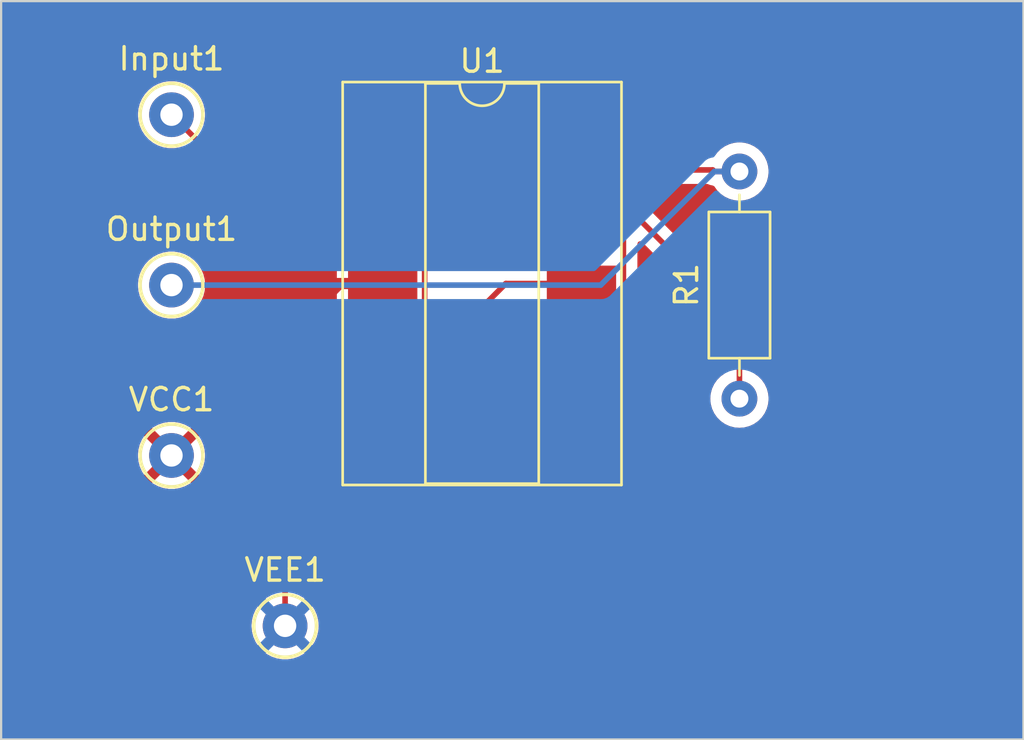
<source format=kicad_pcb>
(kicad_pcb (version 20221018) (generator pcbnew)
  (layers (0 "F.Cu" signal) (31 "B.Cu" signal) (34 "B.Paste" user) (35 "F.Paste" user) (36 "B.SilkS" user "B.Silkscreen") (37 "F.SilkS" user "F.Silkscreen") (38 "B.Mask" user) (39 "F.Mask" user) (44 "Edge.Cuts" user))
  (net 0 "")
  (net 1 "Net-(U1A-+)")
  (net 2 "Net-(U1D--)")
  (net 3 "Net-(U1E-V+)")
  (net 4 "Net-(U1E-V-)")
  (net 5 "Net-(U1A--)")
  (net 6 "Net-(U1B-+)")
  (net 7 "Net-(U1B--)")
  (net 8 "Net-(U1C--)")
  (footprint "TestPoint:TestPoint_Keystone_5000-5004_Miniature" (layer "F.Cu") (at 116.84 91.44)
    (fp_text reference "Input1" (at 0 -2.5) (layer "F.SilkS"))
    (fp_text value "Input")
    (fp_circle (center 0 0) (end 1.4 0) (stroke (width 0.15)) (fill none) (layer "F.SilkS"))
    (pad "1" thru_hole circle (at 0 0) (size 2 2) (drill 1) (layers "*.Cu" "*.Mask") (net 1 "Net-(U1A-+)"))
  )
  (footprint "TestPoint:TestPoint_Keystone_5000-5004_Miniature" (layer "F.Cu") (at 116.84 106.68)
    (fp_text reference "VCC1" (at 0 -2.5) (layer "F.SilkS"))
    (fp_text value "VCC")
    (fp_circle (center 0 0) (end 1.4 0) (stroke (width 0.15)) (fill none) (layer "F.SilkS"))
    (pad "1" thru_hole circle (at 0 0) (size 2 2) (drill 1) (layers "*.Cu" "*.Mask") (net 3 "Net-(U1E-V+)"))
  )
  (footprint "Resistor_THT:R_Axial_DIN0207_L6.3mm_D2.5mm_P10.16mm_Horizontal" (layer "F.Cu") (at 142.24 104.14 90)
    (fp_text reference "R1" (at 5.08 -2.37 90) (layer "F.SilkS"))
    (fp_text value "R_Small_US")
    (fp_line (start 1.04 0) (end 1.81 0) (stroke (width 0.12)) (layer "F.SilkS"))
    (fp_line (start 1.81 -1.37) (end 1.81 1.37) (stroke (width 0.12)) (layer "F.SilkS"))
    (fp_line (start 1.81 1.37) (end 8.35 1.37) (stroke (width 0.12)) (layer "F.SilkS"))
    (fp_line (start 8.35 -1.37) (end 1.81 -1.37) (stroke (width 0.12)) (layer "F.SilkS"))
    (fp_line (start 8.35 1.37) (end 8.35 -1.37) (stroke (width 0.12)) (layer "F.SilkS"))
    (fp_line (start 9.12 0) (end 8.35 0) (stroke (width 0.12)) (layer "F.SilkS"))
    (pad "1" thru_hole circle (at 0 0 90) (size 1.6 1.6) (drill 0.8) (layers "*.Cu" "*.Mask") (net 5 "Net-(U1A--)"))
    (pad "2" thru_hole oval (at 10.16 0 90) (size 1.6 1.6) (drill 0.8) (layers "*.Cu" "*.Mask") (net 2 "Net-(U1D--)"))
  )
  (footprint "TestPoint:TestPoint_Keystone_5000-5004_Miniature" (layer "F.Cu") (at 116.84 99.06)
    (fp_text reference "Output1" (at 0 -2.5) (layer "F.SilkS"))
    (fp_text value "Output")
    (fp_circle (center 0 0) (end 1.4 0) (stroke (width 0.15)) (fill none) (layer "F.SilkS"))
    (pad "1" thru_hole circle (at 0 0) (size 2 2) (drill 1) (layers "*.Cu" "*.Mask") (net 2 "Net-(U1D--)"))
  )
  (footprint "TestPoint:TestPoint_Keystone_5000-5004_Miniature" (layer "F.Cu") (at 121.92 114.3)
    (fp_text reference "VEE1" (at 0 -2.5) (layer "F.SilkS"))
    (fp_text value "VEE")
    (fp_circle (center 0 0) (end 1.4 0) (stroke (width 0.15)) (fill none) (layer "F.SilkS"))
    (pad "1" thru_hole circle (at 0 0) (size 2 2) (drill 1) (layers "*.Cu" "*.Mask") (net 4 "Net-(U1E-V-)"))
  )
  (footprint "Package_DIP:DIP-14_W8.89mm_SMDSocket_LongPads" (layer "F.Cu") (at 130.73 98.99)
    (fp_text reference "U1" (at 0 -9.95) (layer "F.SilkS"))
    (fp_text value "LM324")
    (fp_line (start -6.235 -9.01) (end -6.235 9.01) (stroke (width 0.12)) (layer "F.SilkS"))
    (fp_line (start -6.235 9.01) (end 6.235 9.01) (stroke (width 0.12)) (layer "F.SilkS"))
    (fp_line (start -2.535 -8.95) (end -2.535 8.95) (stroke (width 0.12)) (layer "F.SilkS"))
    (fp_line (start -2.535 8.95) (end 2.535 8.95) (stroke (width 0.12)) (layer "F.SilkS"))
    (fp_line (start -1 -8.95) (end -2.535 -8.95) (stroke (width 0.12)) (layer "F.SilkS"))
    (fp_line (start 2.535 -8.95) (end 1 -8.95) (stroke (width 0.12)) (layer "F.SilkS"))
    (fp_line (start 2.535 8.95) (end 2.535 -8.95) (stroke (width 0.12)) (layer "F.SilkS"))
    (fp_line (start 6.235 -9.01) (end -6.235 -9.01) (stroke (width 0.12)) (layer "F.SilkS"))
    (fp_line (start 6.235 9.01) (end 6.235 -9.01) (stroke (width 0.12)) (layer "F.SilkS"))
    (fp_arc (start 1 -8.95) (mid 0 -7.95) (end -1 -8.95) (stroke (width 0.12)) (layer "F.SilkS"))
    (pad "1" smd rect (at -4.445 -7.62) (size 3.1 1.6) (layers "F.Cu" "F.Paste" "F.Mask") (net 6 "Net-(U1B-+)"))
    (pad "2" smd rect (at -4.445 -5.08) (size 3.1 1.6) (layers "F.Cu" "F.Paste" "F.Mask") (net 5 "Net-(U1A--)"))
    (pad "3" smd rect (at -4.445 -2.54) (size 3.1 1.6) (layers "F.Cu" "F.Paste" "F.Mask") (net 1 "Net-(U1A-+)"))
    (pad "4" smd rect (at -4.445 0) (size 3.1 1.6) (layers "F.Cu" "F.Paste" "F.Mask") (net 3 "Net-(U1E-V+)"))
    (pad "5" smd rect (at -4.445 2.54) (size 3.1 1.6) (layers "F.Cu" "F.Paste" "F.Mask") (net 6 "Net-(U1B-+)"))
    (pad "6" smd rect (at -4.445 5.08) (size 3.1 1.6) (layers "F.Cu" "F.Paste" "F.Mask") (net 7 "Net-(U1B--)"))
    (pad "7" smd rect (at -4.445 7.62) (size 3.1 1.6) (layers "F.Cu" "F.Paste" "F.Mask") (net 7 "Net-(U1B--)"))
    (pad "8" smd rect (at 4.445 7.62) (size 3.1 1.6) (layers "F.Cu" "F.Paste" "F.Mask") (net 8 "Net-(U1C--)"))
    (pad "9" smd rect (at 4.445 5.08) (size 3.1 1.6) (layers "F.Cu" "F.Paste" "F.Mask") (net 8 "Net-(U1C--)"))
    (pad "10" smd rect (at 4.445 2.54) (size 3.1 1.6) (layers "F.Cu" "F.Paste" "F.Mask") (net 7 "Net-(U1B--)"))
    (pad "11" smd rect (at 4.445 0) (size 3.1 1.6) (layers "F.Cu" "F.Paste" "F.Mask") (net 4 "Net-(U1E-V-)"))
    (pad "12" smd rect (at 4.445 -2.54) (size 3.1 1.6) (layers "F.Cu" "F.Paste" "F.Mask") (net 8 "Net-(U1C--)"))
    (pad "13" smd rect (at 4.445 -5.08) (size 3.1 1.6) (layers "F.Cu" "F.Paste" "F.Mask") (net 2 "Net-(U1D--)"))
    (pad "14" smd rect (at 4.445 -7.62) (size 3.1 1.6) (layers "F.Cu" "F.Paste" "F.Mask") (net 2 "Net-(U1D--)"))
  )
  (gr_rect (start 109.22 86.36) (end 154.94 119.38) (stroke (width 0.1)) (fill none) (layer "Edge.Cuts"))
  (segment (start 116.84 91.44) (end 121.85 96.45) (width 0.25) (layer "F.Cu") (net 1))
  (segment (start 121.85 96.45) (end 126.285 96.45) (width 0.25) (layer "F.Cu") (net 1))
  (segment (start 141.0447 93.91) (end 137.0503 93.91) (width 0.25) (layer "F.Cu") (net 2))
  (segment (start 135.175 91.37) (end 137.0503 91.37) (width 0.25) (layer "F.Cu") (net 2))
  (segment (start 137.0503 93.91) (end 137.0503 91.37) (width 0.25) (layer "F.Cu") (net 2))
  (segment (start 142.24 93.98) (end 141.1147 93.98) (width 0.25) (layer "F.Cu") (net 2))
  (segment (start 137.0503 93.91) (end 135.175 93.91) (width 0.25) (layer "F.Cu") (net 2))
  (segment (start 141.1147 93.98) (end 141.0447 93.91) (width 0.25) (layer "F.Cu") (net 2))
  (segment (start 136.0347 99.06) (end 141.1147 93.98) (width 0.25) (layer "B.Cu") (net 2))
  (segment (start 142.24 93.98) (end 141.1147 93.98) (width 0.25) (layer "B.Cu") (net 2))
  (segment (start 116.84 99.06) (end 136.0347 99.06) (width 0.25) (layer "B.Cu") (net 2))
  (segment (start 124.4097 99.1103) (end 124.4097 98.99) (width 0.25) (layer "F.Cu") (net 3))
  (segment (start 116.84 106.68) (end 124.4097 99.1103) (width 0.25) (layer "F.Cu") (net 3))
  (segment (start 126.285 98.99) (end 124.4097 98.99) (width 0.25) (layer "F.Cu") (net 3))
  (segment (start 127.8377 102.9446) (end 131.7923 98.99) (width 0.25) (layer "F.Cu") (net 4))
  (segment (start 121.92 105.575) (end 124.5504 102.9446) (width 0.25) (layer "F.Cu") (net 4))
  (segment (start 131.7923 98.99) (end 135.175 98.99) (width 0.25) (layer "F.Cu") (net 4))
  (segment (start 121.92 114.3) (end 121.92 105.575) (width 0.25) (layer "F.Cu") (net 4))
  (segment (start 124.5504 102.9446) (end 127.8377 102.9446) (width 0.25) (layer "F.Cu") (net 4))
  (segment (start 142.24 100.5995) (end 136.6758 95.0353) (width 0.25) (layer "F.Cu") (net 5))
  (segment (start 129.2856 95.0353) (end 128.1603 93.91) (width 0.25) (layer "F.Cu") (net 5))
  (segment (start 126.285 93.91) (end 128.1603 93.91) (width 0.25) (layer "F.Cu") (net 5))
  (segment (start 136.6758 95.0353) (end 129.2856 95.0353) (width 0.25) (layer "F.Cu") (net 5))
  (segment (start 142.24 104.14) (end 142.24 100.5995) (width 0.25) (layer "F.Cu") (net 5))
  (segment (start 128.1603 95.4498) (end 128.1603 101.53) (width 0.25) (layer "F.Cu") (net 6))
  (segment (start 126.285 91.37) (end 124.4097 91.37) (width 0.25) (layer "F.Cu") (net 6))
  (segment (start 124.4097 91.37) (end 124.4097 94.9016) (width 0.25) (layer "F.Cu") (net 6))
  (segment (start 127.7459 95.0354) (end 128.1603 95.4498) (width 0.25) (layer "F.Cu") (net 6))
  (segment (start 124.4097 94.9016) (end 124.5435 95.0354) (width 0.25) (layer "F.Cu") (net 6))
  (segment (start 124.5435 95.0354) (end 127.7459 95.0354) (width 0.25) (layer "F.Cu") (net 6))
  (segment (start 126.285 101.53) (end 128.1603 101.53) (width 0.25) (layer "F.Cu") (net 6))
  (segment (start 128.1603 104.1645) (end 130.7948 101.53) (width 0.25) (layer "F.Cu") (net 7))
  (segment (start 130.7948 101.53) (end 135.175 101.53) (width 0.25) (layer "F.Cu") (net 7))
  (segment (start 128.0309 104.07) (end 128.1254 104.1645) (width 0.25) (layer "F.Cu") (net 7))
  (segment (start 126.285 104.07) (end 128.0309 104.07) (width 0.25) (layer "F.Cu") (net 7))
  (segment (start 128.1254 104.1645) (end 128.1603 104.1645) (width 0.25) (layer "F.Cu") (net 7))
  (segment (start 128.1603 104.1645) (end 128.1603 106.61) (width 0.25) (layer "F.Cu") (net 7))
  (segment (start 126.285 106.61) (end 128.1603 106.61) (width 0.25) (layer "F.Cu") (net 7))
  (segment (start 135.175 106.61) (end 137.0503 106.61) (width 0.25) (layer "F.Cu") (net 8))
  (segment (start 137.0503 103.1324) (end 137.0503 96.45) (width 0.25) (layer "F.Cu") (net 8))
  (segment (start 136.1127 104.07) (end 137.0503 104.07) (width 0.25) (layer "F.Cu") (net 8))
  (segment (start 135.175 96.45) (end 137.0503 96.45) (width 0.25) (layer "F.Cu") (net 8))
  (segment (start 135.175 104.07) (end 136.1127 104.07) (width 0.25) (layer "F.Cu") (net 8))
  (segment (start 137.0503 106.61) (end 137.0503 104.07) (width 0.25) (layer "F.Cu") (net 8))
  (segment (start 136.1127 104.07) (end 137.0503 103.1324) (width 0.25) (layer "F.Cu") (net 8))
  (zone (net 3) (net_name "Net-(U1E-V+)") (layer "F.Cu") (connect_pads (clearance 0.5)) (min_thickness 0.25) (fill yes (thermal_gap 0.5) (thermal_bridge_width 0.5))
    (polygon (pts (xy 109.22 86.36) (xy 154.94 86.36) (xy 154.94 119.38) (xy 109.22 119.38)))
  )
  (zone (net 4) (net_name "Net-(U1E-V-)") (layer "B.Cu") (priority 1) (connect_pads (clearance 0.5)) (min_thickness 0.25) (fill yes (thermal_gap 0.5) (thermal_bridge_width 0.5))
    (polygon (pts (xy 109.22 86.36) (xy 154.94 86.36) (xy 154.94 119.38) (xy 109.22 119.38)))
  )
)
</source>
